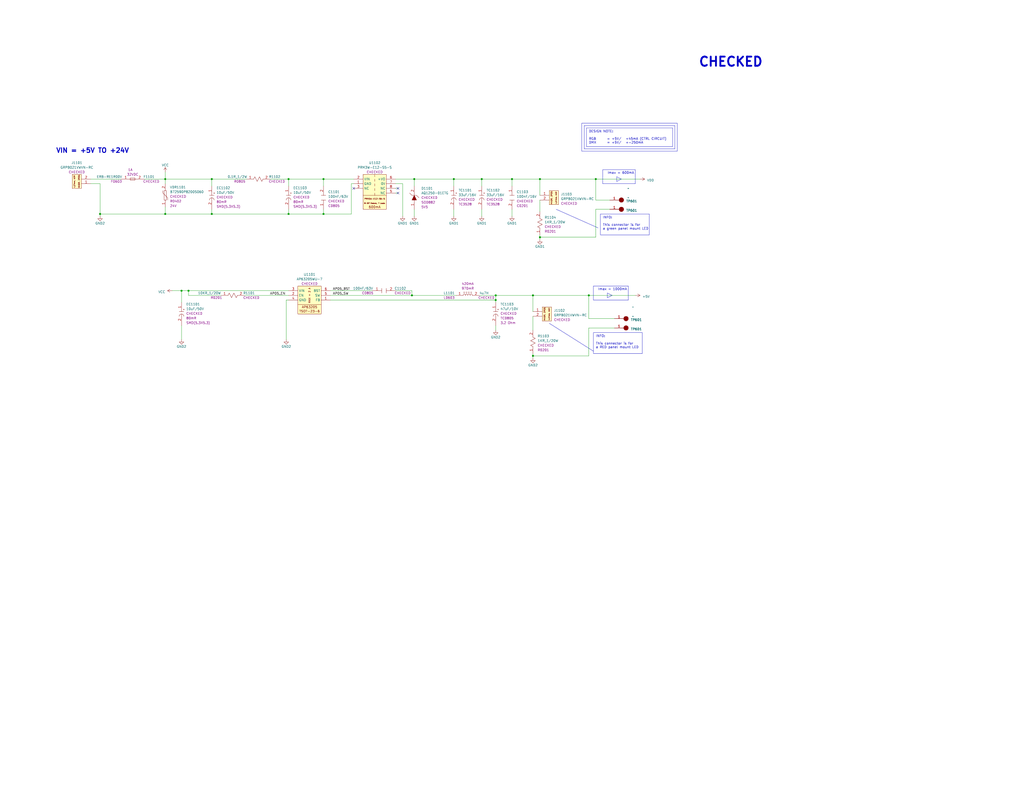
<source format=kicad_sch>
(kicad_sch (version 20230121) (generator eeschema)
  (paper "C")
  (title_block (title "SparkleSplashy") (date "2023-04-25") (rev "01") (company "Siavash Taher Parvar") (comment 1 "Siavash Taher Parvar") (comment 2 "Siavash Taher Parvar") (comment 3 "Siavash Taher Parvar") (comment 4 "_BOM_SpSp_V1.xlsx") (comment 5 "_ASM_SpSp_V1.html") (comment 6 "_GERBER_JLCPCB042023.zip") (comment 8 "No Variant") (comment 9 "N/A"))
  (lib_symbols
    (symbol "_SCHLIB_SparkleSplashy:CAP_100nF/16V"
      (property "Reference" "C" (at 3.81 3.81 0))
      (property "Value" "100nF{slash}16V" (at 7.62 6.35 0))
      (property "SCH CHECK" "CHECKED" (at 6.35 22.86 0))
      (property "Package" "C0201" (at 5.08 25.4 0))
      (symbol "CAP_100nF/16V_0_0"
        (polyline (pts (xy 5.08 1.27) (xy 5.08 -1.27)))
        (polyline (pts (xy 7.62 1.27) (xy 7.62 -1.27)))
      )
      (symbol "CAP_100nF/16V_1_1"
        (pin passive line (at 0 0 0) (length 5.08) (name "") (number "1"))
        (pin passive line (at 12.7 0 180) (length 5.08) (name "") (number "2"))
      )
    )
    (symbol "_SCHLIB_SparkleSplashy:CAP_100nF/63V"
      (property "Reference" "C" (at 3.81 5.08 0))
      (property "Value" "100nF{slash}63V" (at 7.62 7.62 0))
      (property "SCH CHECK" "CHECKED" (at 6.35 22.86 0))
      (property "Package" "C0805" (at 5.08 25.4 0))
      (symbol "CAP_100nF/63V_0_0"
        (polyline (pts (xy 5.08 1.27) (xy 5.08 -1.27)))
        (polyline (pts (xy 7.62 1.27) (xy 7.62 -1.27)))
      )
      (symbol "CAP_100nF/63V_1_1"
        (pin passive line (at 0 0 0) (length 5.08) (name "") (number "1"))
        (pin passive line (at 12.7 0 180) (length 5.08) (name "") (number "2"))
      )
    )
    (symbol "_SCHLIB_SparkleSplashy:CONN_CTP_40MIL" (in_bom no)
      (property "Reference" "TP" (at 2.54 3.81 0))
      (symbol "CONN_CTP_40MIL_0_0"
        (circle (center 6.35 0) (radius 1.27) (fill (type outline)))
      )
      (symbol "CONN_CTP_40MIL_1_1"
        (pin passive line (at 0 0 0) (length 5.08) (name "") (number "1"))
      )
    )
    (symbol "_SCHLIB_SparkleSplashy:CONN_GRPB021VWVN-RC" (in_bom no)
      (property "Reference" "J" (at 2.54 2.54 0))
      (property "Value" "GRPB021VWVN-RC" (at 11.43 5.08 0))
      (property "SCH CHECK" "CHECKED" (at 5.08 20.32 0))
      (symbol "CONN_GRPB021VWVN-RC_0_0"
        (text "1.27mm, VERT" (at 3.81 -3.81 900) (effects (font (size 0.635 0.635))))
        (text "MHDR, 2POS" (at 1.27 -3.81 900) (effects (font (size 0.762 0.762))))
      )
      (symbol "CONN_GRPB021VWVN-RC_0_1"
        (rectangle (start 0 0) (end 5.08 -7.62) (fill (type background)))
      )
      (symbol "CONN_GRPB021VWVN-RC_1_1"
        (pin passive line (at -5.08 -2.54 0) (length 5.08) (name "") (number "1"))
        (pin passive line (at -5.08 -5.08 0) (length 5.08) (name "") (number "2"))
      )
    )
    (symbol "_SCHLIB_SparkleSplashy:ECAP_10uF/50V"
      (property "Reference" "EC" (at 2.54 3.81 0))
      (property "Value" "10uF/50V" (at 2.54 6.35 0))
      (property "SCH CHECK" "CHECKED" (at 2.54 21.59 0))
      (property "ESR" "80mR" (at 2.54 26.67 0))
      (property "Package" "SMD(5.3X5.3)" (at 2.54 24.13 0))
      (symbol "ECAP_10uF/50V_0_0"
        (polyline (pts (xy 5.08 1.27) (xy 5.08 -1.27)))
        (arc (start 7.62 1.27) (mid 6.397 0) (end 7.62 -1.27))
        (text "+" (at 3.81 1.27 900) (effects (font (size 0.762 0.762))))
      )
      (symbol "ECAP_10uF/50V_1_1"
        (pin passive line (at 0 0 0) (length 5.08) (name "") (number "1"))
        (pin passive line (at 12.7 0 180) (length 6.35) (name "") (number "2"))
      )
    )
    (symbol "_SCHLIB_SparkleSplashy:FUSE_ERB-RE1R00V"
      (property "Reference" "F" (at 2.54 5.08 0))
      (property "Value" "ERB-RE1R00V" (at 8.89 7.62 0))
      (property "SCH CHECK" "CHECKED" (at 6.35 22.86 0))
      (property "Package" "F0603" (at 5.08 25.4 0))
      (property "RATED CURRENT" "1A" (at 3.81 27.94 0))
      (property "VOLTAGE RATE" "32VDC" (at 5.08 30.48 0))
      (symbol "FUSE_ERB-RE1R00V_0_0"
        (polyline (pts (xy 5.08 0) (xy 7.62 0)))
        (polyline (pts (xy 5.08 0.635) (xy 5.08 -0.635) (xy 7.62 -0.635) (xy 7.62 0.635) (xy 5.08 0.635)))
      )
      (symbol "FUSE_ERB-RE1R00V_1_1"
        (pin passive line (at 0 0 0) (length 5.08) (name "") (number "1"))
        (pin passive line (at 12.7 0 180) (length 5.08) (name "") (number "2"))
      )
    )
    (symbol "_SCHLIB_SparkleSplashy:INDC_4u7H/420mA"
      (property "Reference" "L" (at 2.54 3.81 0))
      (property "Value" "4u7H" (at 2.54 6.35 0))
      (property "SCH CHECK" "CHECKED" (at 2.54 21.59 0))
      (property "Package" "L0603" (at 2.54 24.13 0))
      (property "CURRENT RATING" "420mA" (at 2.54 26.67 0))
      (property "DCR" "970mR" (at 2.54 29.21 0))
      (symbol "INDC_4u7H/420mA_0_1"
        (polyline (pts (xy 4.064 1.27) (xy 4.699 1.27)))
        (polyline (pts (xy 4.064 1.778) (xy 4.699 1.778)))
        (polyline (pts (xy 5.334 1.27) (xy 5.969 1.27)))
        (polyline (pts (xy 5.334 1.778) (xy 5.969 1.778)))
        (polyline (pts (xy 6.604 1.27) (xy 7.239 1.27)))
        (polyline (pts (xy 6.604 1.778) (xy 7.239 1.778)))
        (polyline (pts (xy 7.874 1.27) (xy 8.509 1.27)))
        (polyline (pts (xy 7.874 1.778) (xy 8.509 1.778)))
        (arc (start 5.08 0) (mid 4.445 0.6238) (end 3.81 0))
        (arc (start 6.35 0.0113) (mid 5.715 0.6351) (end 5.08 0.0113))
        (arc (start 7.62 0.0113) (mid 6.985 0.6351) (end 6.35 0.0113))
        (arc (start 8.89 0.0113) (mid 8.255 0.6351) (end 7.62 0.0113))
      )
      (symbol "INDC_4u7H/420mA_1_1"
        (pin passive line (at 0 0 0) (length 3.81) (name "") (number "1"))
        (pin passive line (at 12.7 0 180) (length 3.81) (name "") (number "2"))
      )
    )
    (symbol "_SCHLIB_SparkleSplashy:PMIC_AP63205WU-7"
      (property "Reference" "U" (at 3.81 3.81 0))
      (property "Value" "AP63205WU-7" (at 10.16 6.35 0))
      (property "SCH CHECK" "CHECKED" (at 7.62 21.59 0))
      (symbol "PMIC_AP63205WU-7_0_0"
        (text "	\nTSOT-23-6" (at 6.35 -12.7 0) (effects (font (size 1.27 1.27))))
        (text "AP63205" (at 6.35 -11.43 0) (effects (font (size 1.27 1.27))))
        (text "MAX = 2 A" (at 6.35 -5.08 900) (effects (font (size 1.016 1.016))))
      )
      (symbol "PMIC_AP63205WU-7_0_1"
        (polyline (pts (xy 0 -10.16) (xy 12.7 -10.16)))
        (rectangle (start 0 0) (end 12.7 -15.24) (fill (type background)))
      )
      (symbol "PMIC_AP63205WU-7_1_1"
        (pin passive line (at 17.78 -7.62 180) (length 5.08) (name "FB") (number "1"))
        (pin passive line (at -5.08 -5.08 0) (length 5.08) (name "EN") (number "2"))
        (pin passive line (at -5.08 -2.54 0) (length 5.08) (name "VIN") (number "3"))
        (pin passive line (at -5.08 -7.62 0) (length 5.08) (name "GND") (number "4"))
        (pin passive line (at 17.78 -5.08 180) (length 5.08) (name "SW") (number "5"))
        (pin passive line (at 17.78 -2.54 180) (length 5.08) (name "BST") (number "6"))
      )
    )
    (symbol "_SCHLIB_SparkleSplashy:PMIC_PRM3W-E12-S5-S"
      (property "Reference" "U" (at 3.81 3.81 0))
      (property "Value" "PRM3W-E12-S5-S" (at 12.7 6.35 0))
      (property "SCH CHECK" "CHECKED" (at 7.62 21.59 0))
      (symbol "PMIC_PRM3W-E12-S5-S_0_0"
        (polyline (pts (xy 11.43 -7.62) (xy 11.43 -8.89)))
        (polyline (pts (xy 11.43 -5.08) (xy 11.43 -6.35)))
        (polyline (pts (xy 11.43 -2.54) (xy 11.43 -3.81)))
        (polyline (pts (xy 11.43 0) (xy 11.43 -1.27)))
        (polyline (pts (xy 11.43 2.54) (xy 11.43 1.27)))
        (polyline (pts (xy 17.78 -8.89) (xy 5.08 -8.89)))
        (rectangle (start 5.08 2.54) (end 17.78 -16.51) (fill (type background)))
        (text "	\n8-SIP Module, 7 Leads" (at 11.43 -12.7 0) (effects (font (size 0.635 0.635))))
        (text "\nPRM3W-E12-S5-S" (at 11.43 -10.16 0) (effects (font (size 0.762 0.762))))
        (text "600mA" (at 11.43 -15.24 0) (effects (font (size 1.27 1.27))))
      )
      (symbol "PMIC_PRM3W-E12-S5-S_1_1"
        (pin passive line (at 0 -2.54 0) (length 5.08) (name "GND") (number "1"))
        (pin passive line (at 0 0 0) (length 5.08) (name "VIN") (number "2"))
        (pin passive line (at 0 -5.08 0) (length 5.08) (name "NC") (number "3"))
        (pin passive line (at 22.86 -7.62 180) (length 5.08) (name "NC") (number "5"))
        (pin passive line (at 22.86 0 180) (length 5.08) (name "+VO") (number "6"))
        (pin passive line (at 22.86 -2.54 180) (length 5.08) (name "0V") (number "7"))
        (pin passive line (at 22.86 -5.08 180) (length 5.08) (name "NC") (number "8"))
      )
    )
    (symbol "_SCHLIB_SparkleSplashy:RES_0.1R_1/2W"
      (property "Reference" "R" (at 3.81 6.35 0))
      (property "Value" "0.1R_1{slash}2W" (at 7.62 8.89 0))
      (property "SCH CHECK" "CHECKED" (at 7.62 24.13 0))
      (property "Package" "R0805" (at 6.35 26.67 0))
      (symbol "RES_0.1R_1/2W_0_0"
        (polyline (pts (xy 3.81 0) (xy 4.445 1.27) (xy 5.715 -1.27) (xy 6.985 1.27) (xy 8.255 -1.27) (xy 8.89 0)))
      )
      (symbol "RES_0.1R_1/2W_1_1"
        (pin passive line (at 0 0 0) (length 3.81) (name "") (number "1"))
        (pin passive line (at 12.7 0 180) (length 3.81) (name "") (number "2"))
      )
    )
    (symbol "_SCHLIB_SparkleSplashy:RES_10KR_1/20W"
      (property "Reference" "R" (at 3.81 6.35 0))
      (property "Value" "10KR_1{slash}20W" (at 8.89 8.89 0))
      (property "SCH CHECK" "CHECKED" (at 7.62 24.13 0))
      (property "Package" "R0201" (at 6.35 26.67 0))
      (symbol "RES_10KR_1/20W_0_0"
        (polyline (pts (xy 3.81 0) (xy 4.445 1.27) (xy 5.715 -1.27) (xy 6.985 1.27) (xy 8.255 -1.27) (xy 8.89 0)))
      )
      (symbol "RES_10KR_1/20W_1_1"
        (pin passive line (at 0 0 0) (length 3.81) (name "") (number "1"))
        (pin passive line (at 12.7 0 180) (length 3.81) (name "") (number "2"))
      )
    )
    (symbol "_SCHLIB_SparkleSplashy:RES_1KR_1/20W"
      (property "Reference" "R" (at 2.54 5.08 0))
      (property "Value" "1KR_1{slash}20W" (at 7.62 7.62 0))
      (property "SCH CHECK" "CHECKED" (at 6.35 22.86 0))
      (property "Package" "R0201" (at 5.08 25.4 0))
      (symbol "RES_1KR_1/20W_0_0"
        (polyline (pts (xy 3.81 0) (xy 4.445 1.27) (xy 5.715 -1.27) (xy 6.985 1.27) (xy 8.255 -1.27) (xy 8.89 0)))
      )
      (symbol "RES_1KR_1/20W_1_1"
        (pin passive line (at 0 0 0) (length 3.81) (name "") (number "1"))
        (pin passive line (at 12.7 0 180) (length 3.81) (name "") (number "2"))
      )
    )
    (symbol "_SCHLIB_SparkleSplashy:TCAP_33uF/16V"
      (property "Reference" "TC" (at 3.81 3.81 0))
      (property "Value" "33uF/16V" (at 3.81 6.35 0))
      (property "SCH CHECK" "CHECKED" (at 3.81 21.59 0))
      (property "Package" "TC3528" (at 3.81 24.13 0))
      (symbol "TCAP_33uF/16V_0_0"
        (polyline (pts (xy 5.08 1.27) (xy 5.08 -1.27)))
        (arc (start 7.62 1.27) (mid 6.397 0) (end 7.62 -1.27))
        (text "+" (at 3.81 1.27 900) (effects (font (size 0.762 0.762))))
      )
      (symbol "TCAP_33uF/16V_1_1"
        (pin passive line (at 0 0 0) (length 5.08) (name "") (number "1"))
        (pin passive line (at 12.7 0 180) (length 6.35) (name "") (number "2"))
      )
    )
    (symbol "_SCHLIB_SparkleSplashy:TCAP_47uF/10V"
      (property "Reference" "TC" (at 3.81 6.35 0))
      (property "Value" "47uF/10V" (at 7.62 8.89 0))
      (property "SCH CHECK" "CHECKED" (at 7.62 24.13 0))
      (property "Package" "TC0805" (at 6.35 26.67 0))
      (property "ESR" "3.2 Ohm" (at 7.62 29.21 0))
      (symbol "TCAP_47uF/10V_0_0"
        (polyline (pts (xy 5.08 1.27) (xy 5.08 -1.27)))
        (arc (start 7.62 1.27) (mid 6.397 0) (end 7.62 -1.27))
        (text "+" (at 3.81 1.27 900) (effects (font (size 0.762 0.762))))
      )
      (symbol "TCAP_47uF/10V_1_1"
        (pin passive line (at 0 0 0) (length 5.08) (name "") (number "1"))
        (pin passive line (at 12.7 0 180) (length 6.35) (name "") (number "2"))
      )
    )
    (symbol "_SCHLIB_SparkleSplashy:TVS_AQ1250-01ETG"
      (property "Reference" "D" (at 3.81 5.08 0))
      (property "Value" "AQ1250-01ETG" (at 10.16 7.62 0))
      (property "SCH CHECK" "CHECKED" (at 7.62 22.86 0))
      (property "Package" "SOD882" (at 6.35 25.4 0))
      (property "VBR" "5V5" (at 5.08 27.94 0))
      (symbol "TVS_AQ1250-01ETG_0_0"
        (polyline (pts (xy 5.08 1.27) (xy 5.08 -1.27) (xy 7.62 0) (xy 5.08 1.27)) (fill (type outline)))
        (polyline (pts (xy 8.89 2.54) (xy 7.62 1.27) (xy 7.62 -1.27) (xy 6.35 -2.54)))
      )
      (symbol "TVS_AQ1250-01ETG_1_1"
        (pin passive line (at 0 0 0) (length 5.08) (name "") (number "1"))
        (pin passive line (at 12.7 0 180) (length 5.08) (name "") (number "2"))
      )
    )
    (symbol "_SCHLIB_SparkleSplashy:TVS_B72590P8200S060"
      (property "Reference" "VDR" (at 3.81 3.81 0))
      (property "Value" "B72590P8200S060" (at 11.43 6.35 0))
      (property "SCH CHECK" "CHECKED" (at 6.35 21.59 0))
      (property "Package" "R0402" (at 5.08 24.13 0))
      (property "MAX DC" "24V" (at 3.81 26.67 0))
      (symbol "TVS_B72590P8200S060_0_1"
        (polyline (pts (xy 8.89 1.27) (xy 7.62 1.27) (xy 5.08 -1.27) (xy 3.81 -1.27)))
        (rectangle (start 3.81 0.635) (end 8.89 -0.635))
      )
      (symbol "TVS_B72590P8200S060_1_1"
        (pin passive line (at 0 0 0) (length 3.81) (name "") (number "1"))
        (pin passive line (at 12.7 0 180) (length 3.81) (name "") (number "2"))
      )
    )
    (symbol "power:+5V" (power) (pin_names (offset 0))
      (property "Value" "+5V" (at 0 3.556 0))
      (symbol "+5V_0_1"
        (polyline (pts (xy -0.762 1.27) (xy 0 2.54)))
        (polyline (pts (xy 0 0) (xy 0 2.54)))
        (polyline (pts (xy 0 2.54) (xy 0.762 1.27)))
      )
      (symbol "+5V_1_1"
        (pin power_in line (at 0 0 90) (length 0) hide (name "+5V") (number "1"))
      )
    )
    (symbol "power:GND1" (power) (pin_names (offset 0))
      (property "Value" "GND1" (at 0 -3.81 0))
      (symbol "GND1_0_1"
        (polyline (pts (xy 0 0) (xy 0 -1.27) (xy 1.27 -1.27) (xy 0 -2.54) (xy -1.27 -1.27) (xy 0 -1.27)))
      )
      (symbol "GND1_1_1"
        (pin power_in line (at 0 0 270) (length 0) hide (name "GND1") (number "1"))
      )
    )
    (symbol "power:GND2" (power) (pin_names (offset 0))
      (property "Value" "GND2" (at 0 -3.81 0))
      (symbol "GND2_0_1"
        (polyline (pts (xy 0 0) (xy 0 -1.27) (xy 1.27 -1.27) (xy 0 -2.54) (xy -1.27 -1.27) (xy 0 -1.27)))
      )
      (symbol "GND2_1_1"
        (pin power_in line (at 0 0 270) (length 0) hide (name "GND2") (number "1"))
      )
    )
    (symbol "power:VCC" (power) (pin_names (offset 0))
      (property "Value" "VCC" (at 0 3.81 0))
      (symbol "VCC_0_1"
        (polyline (pts (xy -0.762 1.27) (xy 0 2.54)))
        (polyline (pts (xy 0 0) (xy 0 2.54)))
        (polyline (pts (xy 0 2.54) (xy 0.762 1.27)))
      )
      (symbol "VCC_1_1"
        (pin power_in line (at 0 0 90) (length 0) hide (name "VCC") (number "1"))
      )
    )
    (symbol "power:VDD" (power) (pin_names (offset 0))
      (property "Value" "VDD" (at 0 3.81 0))
      (symbol "VDD_0_1"
        (polyline (pts (xy -0.762 1.27) (xy 0 2.54)))
        (polyline (pts (xy 0 0) (xy 0 2.54)))
        (polyline (pts (xy 0 2.54) (xy 0.762 1.27)))
      )
      (symbol "VDD_1_1"
        (pin power_in line (at 0 0 90) (length 0) hide (name "VDD") (number "1"))
      )
    )
  )
  (junction (at 54.61 116.84))
  (junction (at 262.89 97.79))
  (junction (at 157.48 116.84))
  (junction (at 115.57 116.84))
  (junction (at 279.4 97.79))
  (junction (at 226.06 97.79))
  (junction (at 247.65 97.79))
  (junction (at 294.64 129.54))
  (junction (at 176.53 116.84))
  (junction (at 270.51 161.29))
  (junction (at 290.83 194.31))
  (junction (at 90.17 116.84))
  (junction (at 102.87 158.75))
  (junction (at 325.12 97.79))
  (junction (at 224.79 161.29))
  (junction (at 115.57 97.79))
  (junction (at 321.31 161.29))
  (junction (at 99.06 158.75))
  (junction (at 90.17 97.79))
  (junction (at 290.83 161.29))
  (junction (at 157.48 97.79))
  (junction (at 294.64 97.79))
  (junction (at 176.53 97.79))
  (junction (at 270.51 163.83))
  (no_connect (at 217.17 102.87))
  (no_connect (at 217.17 105.41))
  (no_connect (at 193.04 102.87))
  (polyline (pts (xy 339.09 97.79) (xy 336.55 96.52)))
  (polyline (pts (xy 334.01 161.29) (xy 331.47 160.02)))
  (polyline (pts (xy 323.85 163.83) (xy 342.9 163.83)))
  (wire (pts (xy 176.53 116.84) (xy 191.77 116.84)))
  (polyline (pts (xy 317.5 67.31) (xy 369.57 67.31)))
  (wire (pts (xy 99.06 158.75) (xy 102.87 158.75)))
  (wire (pts (xy 157.48 114.3) (xy 157.48 116.84)))
  (wire (pts (xy 191.77 100.33) (xy 191.77 116.84)))
  (wire (pts (xy 215.9 97.79) (xy 226.06 97.79)))
  (wire (pts (xy 157.48 101.6) (xy 157.48 97.79)))
  (polyline (pts (xy 368.3 81.28) (xy 318.77 81.28)))
  (polyline (pts (xy 328.93 92.71) (xy 328.93 100.33)))
  (wire (pts (xy 270.51 180.34) (xy 270.51 177.8)))
  (wire (pts (xy 325.12 114.3) (xy 325.12 129.54)))
  (wire (pts (xy 176.53 97.79) (xy 176.53 101.6)))
  (wire (pts (xy 332.74 114.3) (xy 325.12 114.3)))
  (wire (pts (xy 217.17 105.41) (xy 215.9 105.41)))
  (wire (pts (xy 180.34 158.75) (xy 203.2 158.75)))
  (wire (pts (xy 180.34 163.83) (xy 270.51 163.83)))
  (wire (pts (xy 90.17 116.84) (xy 90.17 113.03)))
  (wire (pts (xy 270.51 163.83) (xy 270.51 165.1)))
  (wire (pts (xy 99.06 158.75) (xy 99.06 165.1)))
  (polyline (pts (xy 368.3 68.58) (xy 368.3 81.28)))
  (wire (pts (xy 270.51 163.83) (xy 270.51 161.29)))
  (wire (pts (xy 321.31 173.99) (xy 321.31 161.29)))
  (polyline (pts (xy 317.5 67.31) (xy 317.5 82.55)))
  (wire (pts (xy 176.53 97.79) (xy 193.04 97.79)))
  (polyline (pts (xy 367.03 69.85) (xy 367.03 80.01)))
  (wire (pts (xy 219.71 100.33) (xy 219.71 118.11)))
  (wire (pts (xy 54.61 100.33) (xy 54.61 116.84)))
  (wire (pts (xy 294.64 97.79) (xy 325.12 97.79)))
  (polyline (pts (xy 331.47 160.02) (xy 331.47 162.56)))
  (polyline (pts (xy 323.85 156.21) (xy 342.9 156.21)))
  (wire (pts (xy 279.4 97.79) (xy 294.64 97.79)))
  (wire (pts (xy 147.32 97.79) (xy 157.48 97.79)))
  (wire (pts (xy 325.12 109.22) (xy 325.12 97.79)))
  (wire (pts (xy 156.21 163.83) (xy 157.48 163.83)))
  (wire (pts (xy 120.65 161.29) (xy 102.87 161.29)))
  (polyline (pts (xy 367.03 80.01) (xy 320.04 80.01)))
  (wire (pts (xy 279.4 114.3) (xy 279.4 118.11)))
  (wire (pts (xy 325.12 129.54) (xy 294.64 129.54)))
  (polyline (pts (xy 303.53 114.3) (xy 326.39 124.46)))
  (wire (pts (xy 180.34 161.29) (xy 224.79 161.29)))
  (wire (pts (xy 224.79 161.29) (xy 248.92 161.29)))
  (wire (pts (xy 294.64 128.27) (xy 294.64 129.54)))
  (polyline (pts (xy 369.57 82.55) (xy 317.5 82.55)))
  (wire (pts (xy 261.62 161.29) (xy 270.51 161.29)))
  (wire (pts (xy 90.17 97.79) (xy 90.17 100.33)))
  (polyline (pts (xy 328.93 92.71) (xy 346.71 92.71)))
  (wire (pts (xy 262.89 118.11) (xy 262.89 114.3)))
  (polyline (pts (xy 320.04 69.85) (xy 367.03 69.85)))
  (wire (pts (xy 279.4 97.79) (xy 279.4 101.6)))
  (wire (pts (xy 294.64 97.79) (xy 294.64 106.68)))
  (polyline (pts (xy 336.55 96.52) (xy 336.55 99.06)))
  (wire (pts (xy 115.57 101.6) (xy 115.57 97.79)))
  (wire (pts (xy 102.87 161.29) (xy 102.87 158.75)))
  (wire (pts (xy 226.06 101.6) (xy 226.06 97.79)))
  (wire (pts (xy 78.74 97.79) (xy 90.17 97.79)))
  (wire (pts (xy 102.87 158.75) (xy 157.48 158.75)))
  (wire (pts (xy 262.89 97.79) (xy 262.89 101.6)))
  (wire (pts (xy 157.48 116.84) (xy 176.53 116.84)))
  (wire (pts (xy 290.83 172.72) (xy 290.83 180.34)))
  (polyline (pts (xy 328.93 100.33) (xy 346.71 100.33)))
  (polyline (pts (xy 318.77 68.58) (xy 368.3 68.58)))
  (wire (pts (xy 270.51 161.29) (xy 290.83 161.29)))
  (polyline (pts (xy 331.47 162.56) (xy 334.01 161.29)))
  (wire (pts (xy 332.74 109.22) (xy 325.12 109.22)))
  (wire (pts (xy 54.61 116.84) (xy 54.61 118.11)))
  (wire (pts (xy 290.83 161.29) (xy 290.83 170.18)))
  (wire (pts (xy 215.9 100.33) (xy 219.71 100.33)))
  (wire (pts (xy 115.57 114.3) (xy 115.57 116.84)))
  (wire (pts (xy 247.65 97.79) (xy 262.89 97.79)))
  (wire (pts (xy 290.83 194.31) (xy 290.83 195.58)))
  (polyline (pts (xy 323.85 156.21) (xy 323.85 163.83)))
  (wire (pts (xy 226.06 118.11) (xy 226.06 114.3)))
  (wire (pts (xy 321.31 161.29) (xy 346.71 161.29)))
  (wire (pts (xy 325.12 97.79) (xy 349.25 97.79)))
  (wire (pts (xy 49.53 97.79) (xy 66.04 97.79)))
  (wire (pts (xy 226.06 97.79) (xy 247.65 97.79)))
  (wire (pts (xy 215.9 158.75) (xy 224.79 158.75)))
  (wire (pts (xy 176.53 114.3) (xy 176.53 116.84)))
  (wire (pts (xy 115.57 97.79) (xy 134.62 97.79)))
  (wire (pts (xy 290.83 194.31) (xy 290.83 193.04)))
  (wire (pts (xy 133.35 161.29) (xy 157.48 161.29)))
  (wire (pts (xy 193.04 100.33) (xy 191.77 100.33)))
  (wire (pts (xy 90.17 93.98) (xy 90.17 97.79)))
  (wire (pts (xy 321.31 173.99) (xy 335.28 173.99)))
  (wire (pts (xy 90.17 97.79) (xy 115.57 97.79)))
  (wire (pts (xy 290.83 161.29) (xy 321.31 161.29)))
  (wire (pts (xy 224.79 158.75) (xy 224.79 161.29)))
  (polyline (pts (xy 318.77 68.58) (xy 318.77 81.28)))
  (polyline (pts (xy 299.72 176.53) (xy 323.85 191.77)))
  (wire (pts (xy 321.31 179.07) (xy 335.28 179.07)))
  (wire (pts (xy 262.89 97.79) (xy 279.4 97.79)))
  (wire (pts (xy 157.48 97.79) (xy 176.53 97.79)))
  (wire (pts (xy 90.17 116.84) (xy 115.57 116.84)))
  (wire (pts (xy 93.98 158.75) (xy 99.06 158.75)))
  (wire (pts (xy 156.21 185.42) (xy 156.21 163.83)))
  (wire (pts (xy 49.53 100.33) (xy 54.61 100.33)))
  (wire (pts (xy 54.61 116.84) (xy 90.17 116.84)))
  (polyline (pts (xy 342.9 163.83) (xy 342.9 156.21)))
  (wire (pts (xy 321.31 194.31) (xy 290.83 194.31)))
  (polyline (pts (xy 320.04 69.85) (xy 320.04 80.01)))
  (polyline (pts (xy 369.57 67.31) (xy 369.57 82.55)))
  (wire (pts (xy 99.06 185.42) (xy 99.06 177.8)))
  (wire (pts (xy 294.64 129.54) (xy 294.64 130.81)))
  (wire (pts (xy 247.65 101.6) (xy 247.65 97.79)))
  (wire (pts (xy 115.57 116.84) (xy 157.48 116.84)))
  (polyline (pts (xy 346.71 100.33) (xy 346.71 92.71)))
  (polyline (pts (xy 336.55 99.06) (xy 339.09 97.79)))
  (wire (pts (xy 321.31 179.07) (xy 321.31 194.31)))
  (wire (pts (xy 247.65 118.11) (xy 247.65 114.3)))
  (wire (pts (xy 217.17 102.87) (xy 215.9 102.87)))
  (wire (pts (xy 294.64 109.22) (xy 294.64 115.57)))
  (rectangle (start 323.85 181.61) (end 350.52 193.04))
  (rectangle (start 327.66 116.84) (end 354.33 128.27))
  (text "INFO:\n\nThis connector is for\na green panel mount LED" (at 328.93 125.73 0) (effects (font (size 1.27 1.27)) (justify left bottom)))
  (text "DESIGN NOTE:\n\nRGB		= +5V/	+45mA (CTRL CIRCUIT)\nDMX		= +5V/	+-250mA" (at 321.31 78.74 0) (effects (font (size 1.27 1.27)) (justify left bottom)))
  (text "INFO:\n\nThis connector is for\na RED panel mount LED" (at 325.12 190.5 0) (effects (font (size 1.27 1.27)) (justify left bottom)))
  (text "CHECKED" (at 381 36.83 0) (effects (font (size 5 5) bold) (justify left bottom)))
  (text "Imax = 600mA" (at 331.47 95.25 0) (effects (font (size 1.27 1.27)) (justify left bottom)))
  (text "VIN = +5V TO +24V" (at 30.48 83.82 0) (effects (font (size 2.54 2.54) (thickness 0.508) bold) (justify left bottom)))
  (text "Imax = 1000mA" (at 326.39 158.75 0) (effects (font (size 1.27 1.27)) (justify left bottom)))
  (label "AP05_SW" (at 181.61 161.29 0))
  (label "AP05_BST" (at 181.61 158.75 0))
  (label "AP05_EN" (at 147.32 161.29 0))
  (symbol (lib_id "power:GND1") (at 247.65 118.11 0) (unit 1)
    (property "Reference" "#PWR01108" (effects hide))
    (property "Value" "GND1" (at 247.65 121.92 0))
  )
  (symbol (lib_id "_SCHLIB_SparkleSplashy:TCAP_47uF/10V") (at 270.51 165.1 270) (unit 1)
    (property "Reference" "TC1103" (at 273.05 166.1199 90) (effects (justify left)))
    (property "Value" "47uF/10V" (at 273.05 168.6599 90) (effects (justify left)))
    (property "Footprint" "Capacitor_Tantalum_SMD:CP_EIA-2012-12_Kemet-R" (effects hide))
    (property "Datasheet" "https://datasheets.kyocera-avx.com/TLJ.pdf" (effects hide))
    (property "Description" "47 µF Molded Tantalum Capacitors 10 V 0805 (2012 Metric) 3.2Ohm" (effects hide))
    (property "Part Number" "TLJR476M010R3200" (effects hide))
    (property "Link" "https://www.digikey.ca/en/products/detail/kyocera-avx/TLJR476M010R3200/2197008" (effects hide))
    (property "SCH CHECK" "CHECKED" (at 273.05 171.1999 90) (effects (justify left)))
    (property "Package" "TC0805" (at 273.05 173.7399 90) (effects (justify left)))
    (property "ESR" "3.2 Ohm" (at 273.05 176.2799 90) (effects (justify left)))
  )
  (symbol (lib_id "power:+5V") (at 346.71 161.29 270) (unit 1)
    (property "Reference" "#PWR?" (effects hide))
    (property "Value" "+5V" (at 350.52 161.925 90) (effects (justify left)))
    (instances (project "_HW_SparkleSplashy" (path "" (reference "#PWR?") (unit 1)) (path "" (reference "#PWR01114") (unit 1))))
  )
  (symbol (lib_id "power:GND1") (at 294.64 130.81 0) (unit 1)
    (property "Reference" "#PWR01113" (effects hide))
    (property "Value" "GND1" (at 294.64 134.62 0))
  )
  (symbol (lib_id "power:GND2") (at 99.06 185.42 0) (unit 1)
    (property "Reference" "#PWR01104" (effects hide))
    (property "Value" "GND2" (at 99.06 189.23 0))
  )
  (symbol (lib_id "_SCHLIB_SparkleSplashy:RES_10KR_1/20W") (at 120.65 161.29 0) (unit 1)
    (property "Reference" "R1101" (at 135.89 160.02 0))
    (property "Value" "10KR_1/20W" (at 114.3 160.02 0))
    (property "Footprint" "Resistor_SMD:R_0201_0603Metric" (effects hide))
    (property "Datasheet" "https://www.seielect.com/Catalog/SEI-RMCF_RMCP.pdf" (effects hide))
    (property "Description" "10 kOhms ±1% 0.05W, 1/20W Chip Resistor 0201 (0603 Metric) Thick Film" (effects hide))
    (property "Part Number" "RMCF0201FT10K0" (effects hide))
    (property "Link" "https://www.digikey.ca/en/products/detail/stackpole-electronics-inc/RMCF0201FT10K0/1714990" (effects hide))
    (property "SCH CHECK" "CHECKED" (at 137.16 162.56 0))
    (property "Package" "R0201" (at 118.11 162.56 0))
  )
  (symbol (lib_id "_SCHLIB_SparkleSplashy:CONN_CTP_40MIL") (at 335.28 173.99 0) (unit 1) (in_bom no)
    (property "Reference" "TP601" (at 344.17 174.625 0) (effects (justify left)))
    (property "Value" "~" (at 345.44 167.64 0))
    (property "Footprint" "TestPoint:TestPoint_Pad_D1.0mm" (effects hide))
    (instances (project "_HW_SparkleSplashy" (path "" (reference "TP601") (unit 1)) (path "" (reference "TP1203") (unit 1)) (path "" (reference "TP1103") (unit 1))))
  )
  (symbol (lib_id "power:VCC") (at 93.98 158.75 90) (unit 1)
    (property "Reference" "#PWR01103" (effects hide))
    (property "Value" "VCC" (at 90.17 159.385 90) (effects (justify left)))
  )
  (symbol (lib_id "_SCHLIB_SparkleSplashy:CONN_CTP_40MIL") (at 332.74 114.3 0) (unit 1) (in_bom no)
    (property "Reference" "TP601" (at 341.63 114.935 0) (effects (justify left)))
    (property "Value" "~" (at 342.9 107.95 0))
    (property "Footprint" "TestPoint:TestPoint_Pad_D1.0mm" (effects hide))
    (instances (project "_HW_SparkleSplashy" (path "" (reference "TP601") (unit 1)) (path "" (reference "TP1204") (unit 1)) (path "" (reference "TP1102") (unit 1))))
  )
  (symbol (lib_id "_SCHLIB_SparkleSplashy:CAP_100nF/63V") (at 203.2 158.75 0) (unit 1)
    (property "Reference" "C1102" (at 218.44 157.48 0))
    (property "Value" "100nF/63V" (at 198.12 157.48 0))
    (property "Footprint" "Capacitor_SMD:C_0805_2012Metric" (effects hide))
    (property "Datasheet" "https://connect.kemet.com:7667/gateway/IntelliData-ComponentDocumentation/1.0/download/datasheet/C0805C104MMREC7210" (effects hide))
    (property "Description" "0.1 µF ±20% 63V Ceramic Capacitor X7R 0805 (2012 Metric)" (effects hide))
    (property "Part Number" "C0805C104MMREC7210" (effects hide))
    (property "Link" "https://www.digikey.ca/en/products/detail/kemet/C0805C104MMREC7210/8645408" (effects hide))
    (property "SCH CHECK" "CHECKED" (at 219.71 160.02 0))
    (property "Package" "C0805" (at 200.66 160.02 0))
  )
  (symbol (lib_id "_SCHLIB_SparkleSplashy:RES_1KR_1/20W") (at 290.83 193.04 90) (unit 1)
    (property "Reference" "R1103" (at 293.37 183.515 90) (effects (justify right)))
    (property "Value" "1KR_1/20W" (at 293.37 186.055 90) (effects (justify right)))
    (property "Footprint" "Resistor_SMD:R_0201_0603Metric" (effects hide))
    (property "Datasheet" "https://www.seielect.com/Catalog/SEI-RMCF_RMCP.pdf" (effects hide))
    (property "Description" "1 kOhms ±1% 0.05W, 1/20W Chip Resistor 0201 (0603 Metric) Thick Film" (effects hide))
    (property "Part Number" "RMCF0201FT1K00" (effects hide))
    (property "Link" "https://www.digikey.ca/en/products/detail/stackpole-electronics-inc/RMCF0201FT1K00/1714998" (effects hide))
    (property "SCH CHECK" "CHECKED" (at 293.37 188.595 90) (effects (justify right)))
    (property "Package" "R0201" (at 293.37 191.135 90) (effects (justify right)))
  )
  (symbol (lib_id "_SCHLIB_SparkleSplashy:TVS_B72590P8200S060") (at 90.17 113.03 90) (unit 1)
    (property "Reference" "VDR1101" (at 92.71 102.235 90) (effects (justify right)))
    (property "Value" "B72590P8200S060" (at 92.71 104.775 90) (effects (justify right)))
    (property "Footprint" "Resistor_SMD:R_0402_1005Metric" (effects hide))
    (property "Datasheet" "https://product.tdk.com/en/system/files?file=dam/doc/product/protection/voltage/varistor_ctvs/data_sheet/75/db/ctvs_14/automotive_series.pdf" (effects hide))
    (property "Description" "100 V Varistor 1 Circuit Surface Mount, MLCV 0402 (1005 Metric)" (effects hide))
    (property "Part Number" "B72590P8200S060" (effects hide))
    (property "Link" "https://www.digikey.ca/en/products/detail/epcos-tdk-electronics/B72590P8200S060/13245873" (effects hide))
    (property "SCH CHECK" "CHECKED" (at 92.71 107.315 90) (effects (justify right)))
    (property "Package" "R0402" (at 92.71 109.855 90) (effects (justify right)))
    (property "MAX DC" "24V" (at 92.71 112.395 90) (effects (justify right)))
  )
  (symbol (lib_id "_SCHLIB_SparkleSplashy:PMIC_PRM3W-E12-S5-S") (at 193.04 97.79 0) (unit 1)
    (property "Reference" "U1102" (at 204.47 88.9 0))
    (property "Value" "PRM3W-E12-S5-S" (at 204.47 91.44 0))
    (property "Footprint" "Converter_DCDC:Converter_DCDC_XP_POWER-ITxxxxxS_THT" (effects hide))
    (property "Datasheet" "https://www.cui.com/product/resource/prm3w-s.pdf" (effects hide))
    (property "Description" "Isolated Module DC DC Converter 1 Output 5V 600mA 4.5V - 36V Input" (effects hide))
    (property "Part Number" "PRM3W-E12-S5-S" (effects hide))
    (property "Link" "https://www.digikey.ca/en/products/detail/cui-inc/PRM3W-E12-S5-S/13574056" (effects hide))
    (property "SCH CHECK" "CHECKED" (at 204.47 93.98 0))
  )
  (symbol (lib_id "_SCHLIB_SparkleSplashy:CONN_CTP_40MIL") (at 335.28 179.07 0) (unit 1) (in_bom no)
    (property "Reference" "TP601" (at 344.17 179.705 0) (effects (justify left)))
    (property "Value" "~" (at 345.44 172.72 0))
    (property "Footprint" "TestPoint:TestPoint_Pad_D1.0mm" (effects hide))
    (instances (project "_HW_SparkleSplashy" (path "" (reference "TP601") (unit 1)) (path "" (reference "TP1204") (unit 1)) (path "" (reference "TP1104") (unit 1))))
  )
  (symbol (lib_id "power:GND2") (at 270.51 180.34 0) (unit 1)
    (property "Reference" "#PWR01110" (effects hide))
    (property "Value" "GND2" (at 270.51 184.15 0))
  )
  (symbol (lib_id "_SCHLIB_SparkleSplashy:RES_0.1R_1/2W") (at 134.62 97.79 0) (unit 1)
    (property "Reference" "R1102" (at 149.86 96.52 0))
    (property "Value" "0.1R_1/2W" (at 129.54 96.52 0))
    (property "Footprint" "Resistor_SMD:R_0805_2012Metric" (effects hide))
    (property "Datasheet" "https://industrial.panasonic.com/cdbs/www-data/pdf/RDN0000/AOA0000C313.pdf" (effects hide))
    (property "Description" "100 mOhms ±1% 0.5W, 1/2W Chip Resistor 0805 (2012 Metric) Automotive AEC-Q200, Current Sense Thick Film" (effects hide))
    (property "Part Number" "ERJ-6DSFR10V" (effects hide))
    (property "Link" "https://www.digikey.ca/en/products/detail/panasonic-electronic-components/ERJ-6DSFR10V/6004391" (effects hide))
    (property "SCH CHECK" "CHECKED" (at 151.13 99.06 0))
    (property "Package" "R0805" (at 130.81 99.06 0))
  )
  (symbol (lib_id "_SCHLIB_SparkleSplashy:ECAP_10uF/50V") (at 115.57 101.6 270) (unit 1)
    (property "Reference" "EC1102" (at 118.11 102.6199 90) (effects (justify left)))
    (property "Value" "10uF/50V" (at 118.11 105.1599 90) (effects (justify left)))
    (property "Footprint" "Capacitor_SMD:CP_Elec_5x5.3" (effects hide))
    (property "Datasheet" "https://industrial.panasonic.com/cdbs/www-data/pdf/AAB8000/AAB8000C226.pdf" (effects hide))
    (property "Description" "10 µF 50 V Aluminum - Polymer Capacitors Radial, Can - SMD 80mOhm 1000 Hrs @ 125°C" (effects hide))
    (property "Part Number" "50SVPK10M" (effects hide))
    (property "Link" "https://www.digikey.ca/en/products/detail/panasonic-electronic-components/50SVPK10M/7564810" (effects hide))
    (property "SCH CHECK" "CHECKED" (at 118.11 107.6999 90) (effects (justify left)))
    (property "ESR" "80mR" (at 118.11 110.2399 90) (effects (justify left)))
    (property "Package" "SMD(5.3X5.3)" (at 118.11 112.7799 90) (effects (justify left)))
  )
  (symbol (lib_id "_SCHLIB_SparkleSplashy:CONN_GRPB021VWVN-RC") (at 295.91 167.64 0) (unit 1) (in_bom no)
    (property "Reference" "J1102" (at 302.26 169.545 0) (effects (justify left)))
    (property "Value" "GRPB021VWVN-RC" (at 302.26 172.085 0) (effects (justify left)))
    (property "Footprint" "Connector_PinHeader_1.27mm:PinHeader_1x02_P1.27mm_Vertical" (effects hide))
    (property "Datasheet" "https://s3.amazonaws.com/catalogspreads-pdf/PAGE94-95%20.050%20MALE%20HDR%20ST%20RA%20SMT.pdf" (effects hide))
    (property "Description" "Connector Header Through Hole 2 position 0.050\" (1.27mm)" (effects hide))
    (property "Part Number" "GRPB021VWVN-RC" (effects hide))
    (property "Link" "https://www.digikey.ca/en/products/detail/sullins-connector-solutions/GRPB021VWVN-RC/1786438" (effects hide))
    (property "SCH CHECK" "CHECKED" (at 302.26 174.625 0) (effects (justify left)))
  )
  (symbol (lib_id "power:GND1") (at 226.06 118.11 0) (unit 1)
    (property "Reference" "#PWR01107" (effects hide))
    (property "Value" "GND1" (at 226.06 121.92 0))
  )
  (symbol (lib_id "power:VDD") (at 349.25 97.79 270) (unit 1)
    (property "Reference" "#PWR01115" (effects hide))
    (property "Value" "VDD" (at 353.06 98.425 90) (effects (justify left)))
  )
  (symbol (lib_id "power:GND1") (at 219.71 118.11 0) (unit 1)
    (property "Reference" "#PWR01106" (effects hide))
    (property "Value" "GND1" (at 219.71 121.92 0))
  )
  (symbol (lib_id "power:GND2") (at 290.83 195.58 0) (unit 1)
    (property "Reference" "#PWR01112" (effects hide))
    (property "Value" "GND2" (at 290.83 199.39 0))
  )
  (symbol (lib_id "power:GND1") (at 262.89 118.11 0) (unit 1)
    (property "Reference" "#PWR01109" (effects hide))
    (property "Value" "GND1" (at 262.89 121.92 0))
  )
  (symbol (lib_id "_SCHLIB_SparkleSplashy:PMIC_AP63205WU-7") (at 162.56 156.21 0) (unit 1)
    (property "Reference" "U1101" (at 168.91 149.86 0))
    (property "Value" "AP63205WU-7" (at 168.91 152.4 0))
    (property "Footprint" "Package_TO_SOT_SMD:SOT-23-6" (effects hide))
    (property "Datasheet" "https://www.diodes.com/assets/Datasheets/AP63200-AP63201-AP63203-AP63205.pdf" (effects hide))
    (property "Description" "Buck Switching Regulator IC Positive Fixed 5V 1 Output 2A SOT-23-6 Thin, TSOT-23-6" (effects hide))
    (property "Part Number" "AP63205WU-7" (effects hide))
    (property "Link" "https://www.digikey.ca/en/products/detail/diodes-incorporated/AP63205WU-7/9858424" (effects hide))
    (property "SCH CHECK" "CHECKED" (at 168.91 154.94 0))
  )
  (symbol (lib_id "_SCHLIB_SparkleSplashy:INDC_4u7H/420mA") (at 248.92 161.29 0) (unit 1)
    (property "Reference" "L1101" (at 245.11 160.02 0))
    (property "Value" "4u7H" (at 264.16 160.02 0))
    (property "Footprint" "Inductor_SMD:L_0603_1608Metric" (effects hide))
    (property "Datasheet" "https://www.bourns.com/docs/product-datasheets/cwf1610.pdf" (effects hide))
    (property "Description" "4.7 µH Unshielded Inductor 420 mA 970mOhm 0603 (1608 Metric)" (effects hide))
    (property "Part Number" "CWF1610-4R7K" (effects hide))
    (property "Link" "https://www.digikey.ca/en/products/detail/bourns-inc/CWF1610-4R7K/14644638" (effects hide))
    (property "SCH CHECK" "CHECKED" (at 265.43 162.56 0))
    (property "Package" "L0603" (at 245.11 162.56 0))
    (property "CURRENT RATING" "420mA" (at 255.27 154.94 0))
    (property "DCR" "970mR" (at 255.27 157.48 0))
  )
  (symbol (lib_id "_SCHLIB_SparkleSplashy:TCAP_33uF/16V") (at 247.65 101.6 270) (unit 1)
    (property "Reference" "TC1101" (at 250.19 103.8899 90) (effects (justify left)))
    (property "Value" "33uF/16V" (at 250.19 106.4299 90) (effects (justify left)))
    (property "Footprint" "Capacitor_Tantalum_SMD:CP_EIA-3528-21_Kemet-B" (effects hide))
    (property "Datasheet" "https://datasheets.kyocera-avx.com/TPS.pdf" (effects hide))
    (property "Description" "33 µF Molded Tantalum Capacitors 16 V 1411 (3528 Metric), 1210 350mOhm" (effects hide))
    (property "Part Number" "TPSB336K016R0350" (effects hide))
    (property "Link" "https://www.digikey.ca/en/products/detail/kyocera-avx/TPSB336K016R0350/809540" (effects hide))
    (property "SCH CHECK" "CHECKED" (at 250.19 108.9699 90) (effects (justify left)))
    (property "Package" "TC3528" (at 250.19 111.5099 90) (effects (justify left)))
  )
  (symbol (lib_id "_SCHLIB_SparkleSplashy:CAP_100nF/63V") (at 176.53 114.3 90) (unit 1)
    (property "Reference" "C1101" (at 179.07 104.775 90) (effects (justify right)))
    (property "Value" "100nF/63V" (at 179.07 107.315 90) (effects (justify right)))
    (property "Footprint" "Capacitor_SMD:C_0805_2012Metric" (effects hide))
    (property "Datasheet" "https://connect.kemet.com:7667/gateway/IntelliData-ComponentDocumentation/1.0/download/datasheet/C0805C104MMREC7210" (effects hide))
    (property "Description" "0.1 µF ±20% 63V Ceramic Capacitor X7R 0805 (2012 Metric)" (effects hide))
    (property "Part Number" "C0805C104MMREC7210" (effects hide))
    (property "Link" "https://www.digikey.ca/en/products/detail/kemet/C0805C104MMREC7210/8645408" (effects hide))
    (property "SCH CHECK" "CHECKED" (at 179.07 109.855 90) (effects (justify right)))
    (property "Package" "C0805" (at 179.07 112.395 90) (effects (justify right)))
  )
  (symbol (lib_id "_SCHLIB_SparkleSplashy:TVS_AQ1250-01ETG") (at 226.06 114.3 90) (unit 1)
    (property "Reference" "D1101" (at 229.87 102.87 90) (effects (justify right)))
    (property "Value" "AQ1250-01ETG" (at 229.87 105.41 90) (effects (justify right)))
    (property "Footprint" "_PCBLIB_SparkleSplashy:SOD882" (effects hide))
    (property "Datasheet" "https://www.littelfuse.com/~/media/electronics/datasheets/tvs_diode_arrays/littelfuse_tvs_diode_array_aq1250-01etg_datasheet.pdf.pdf" (effects hide))
    (property "Description" "10V Clamp 50A (8/20µs) Ipp Tvs Diode Surface Mount SOD-882" (effects hide))
    (property "Part Number" "AQ1250-01ETG" (effects hide))
    (property "Link" "https://www.digikey.ca/en/products/detail/littelfuse-inc/AQ1250-01ETG/14317741" (effects hide))
    (property "SCH CHECK" "CHECKED" (at 229.87 107.95 90) (effects (justify right)))
    (property "Package" "SOD882" (at 229.87 110.49 90) (effects (justify right)))
    (property "VBR" "5V5" (at 229.87 113.03 90) (effects (justify right)))
  )
  (symbol (lib_id "_SCHLIB_SparkleSplashy:CONN_GRPB021VWVN-RC") (at 299.72 104.14 0) (unit 1) (in_bom no)
    (property "Reference" "J1103" (at 306.07 106.045 0) (effects (justify left)))
    (property "Value" "GRPB021VWVN-RC" (at 306.07 108.585 0) (effects (justify left)))
    (property "Footprint" "Connector_PinHeader_1.27mm:PinHeader_1x02_P1.27mm_Vertical" (effects hide))
    (property "Datasheet" "https://s3.amazonaws.com/catalogspreads-pdf/PAGE94-95%20.050%20MALE%20HDR%20ST%20RA%20SMT.pdf" (effects hide))
    (property "Description" "Connector Header Through Hole 2 position 0.050\" (1.27mm)" (effects hide))
    (property "Part Number" "GRPB021VWVN-RC" (effects hide))
    (property "Link" "https://www.digikey.ca/en/products/detail/sullins-connector-solutions/GRPB021VWVN-RC/1786438" (effects hide))
    (property "SCH CHECK" "CHECKED" (at 306.07 111.125 0) (effects (justify left)))
  )
  (symbol (lib_id "_SCHLIB_SparkleSplashy:FUSE_ERB-RE1R00V") (at 66.04 97.79 0) (unit 1)
    (property "Reference" "F1101" (at 81.28 96.52 0))
    (property "Value" "ERB-RE1R00V" (at 59.69 96.52 0))
    (property "Footprint" "Fuse:Fuse_0603_1608Metric" (effects hide))
    (property "Datasheet" "https://industrial.panasonic.com/cdbs/www-data/pdf/AFA0000/AFA0000C7.pdf" (effects hide))
    (property "Description" "1 A AC 32 V DC Fuse Board Mount (Cartridge Style Excluded) Surface Mount 0603 (1608 Metric)" (effects hide))
    (property "Part Number" "ERB-RE1R00V" (effects hide))
    (property "Link" "https://www.digikey.ca/en/products/detail/panasonic-electronic-components/ERB-RE1R00V/2796790" (effects hide))
    (property "SCH CHECK" "CHECKED" (at 82.55 99.06 0))
    (property "Package" "F0603" (at 63.5 99.06 0))
    (property "RATED CURRENT" "1A" (at 71.12 92.71 0))
    (property "VOLTAGE RATE" "32VDC" (at 72.39 95.25 0))
  )
  (symbol (lib_id "_SCHLIB_SparkleSplashy:RES_1KR_1/20W") (at 294.64 128.27 90) (unit 1)
    (property "Reference" "R1104" (at 297.18 118.745 90) (effects (justify right)))
    (property "Value" "1KR_1/20W" (at 297.18 121.285 90) (effects (justify right)))
    (property "Footprint" "Resistor_SMD:R_0201_0603Metric" (effects hide))
    (property "Datasheet" "https://www.seielect.com/Catalog/SEI-RMCF_RMCP.pdf" (effects hide))
    (property "Description" "1 kOhms ±1% 0.05W, 1/20W Chip Resistor 0201 (0603 Metric) Thick Film" (effects hide))
    (property "Part Number" "RMCF0201FT1K00" (effects hide))
    (property "Link" "https://www.digikey.ca/en/products/detail/stackpole-electronics-inc/RMCF0201FT1K00/1714998" (effects hide))
    (property "SCH CHECK" "CHECKED" (at 297.18 123.825 90) (effects (justify right)))
    (property "Package" "R0201" (at 297.18 126.365 90) (effects (justify right)))
  )
  (symbol (lib_id "_SCHLIB_SparkleSplashy:ECAP_10uF/50V") (at 157.48 101.6 270) (unit 1)
    (property "Reference" "EC1103" (at 160.02 102.6199 90) (effects (justify left)))
    (property "Value" "10uF/50V" (at 160.02 105.1599 90) (effects (justify left)))
    (property "Footprint" "Capacitor_SMD:CP_Elec_5x5.3" (effects hide))
    (property "Datasheet" "https://industrial.panasonic.com/cdbs/www-data/pdf/AAB8000/AAB8000C226.pdf" (effects hide))
    (property "Description" "10 µF 50 V Aluminum - Polymer Capacitors Radial, Can - SMD 80mOhm 1000 Hrs @ 125°C" (effects hide))
    (property "Part Number" "50SVPK10M" (effects hide))
    (property "Link" "https://www.digikey.ca/en/products/detail/panasonic-electronic-components/50SVPK10M/7564810" (effects hide))
    (property "SCH CHECK" "CHECKED" (at 160.02 107.6999 90) (effects (justify left)))
    (property "ESR" "80mR" (at 160.02 110.2399 90) (effects (justify left)))
    (property "Package" "SMD(5.3X5.3)" (at 160.02 112.7799 90) (effects (justify left)))
  )
  (symbol (lib_id "_SCHLIB_SparkleSplashy:CONN_GRPB021VWVN-RC") (at 44.45 102.87 180) (unit 1) (in_bom no)
    (property "Reference" "J1101" (at 41.91 88.9 0))
    (property "Value" "GRPB021VWVN-RC" (at 41.91 91.44 0))
    (property "Footprint" "Connector_PinHeader_1.27mm:PinHeader_1x02_P1.27mm_Vertical" (effects hide))
    (property "Datasheet" "https://s3.amazonaws.com/catalogspreads-pdf/PAGE94-95%20.050%20MALE%20HDR%20ST%20RA%20SMT.pdf" (effects hide))
    (property "Description" "Connector Header Through Hole 2 position 0.050\" (1.27mm)" (effects hide))
    (property "Part Number" "GRPB021VWVN-RC" (effects hide))
    (property "Link" "https://www.digikey.ca/en/products/detail/sullins-connector-solutions/GRPB021VWVN-RC/1786438" (effects hide))
    (property "SCH CHECK" "CHECKED" (at 41.91 93.98 0))
  )
  (symbol (lib_id "_SCHLIB_SparkleSplashy:TCAP_33uF/16V") (at 262.89 101.6 270) (unit 1)
    (property "Reference" "TC1102" (at 265.43 103.8899 90) (effects (justify left)))
    (property "Value" "33uF/16V" (at 265.43 106.4299 90) (effects (justify left)))
    (property "Footprint" "Capacitor_Tantalum_SMD:CP_EIA-3528-21_Kemet-B" (effects hide))
    (property "Datasheet" "https://datasheets.kyocera-avx.com/TPS.pdf" (effects hide))
    (property "Description" "33 µF Molded Tantalum Capacitors 16 V 1411 (3528 Metric), 1210 350mOhm" (effects hide))
    (property "Part Number" "TPSB336K016R0350" (effects hide))
    (property "Link" "https://www.digikey.ca/en/products/detail/kyocera-avx/TPSB336K016R0350/809540" (effects hide))
    (property "SCH CHECK" "CHECKED" (at 265.43 108.9699 90) (effects (justify left)))
    (property "Package" "TC3528" (at 265.43 111.5099 90) (effects (justify left)))
  )
  (symbol (lib_id "_SCHLIB_SparkleSplashy:ECAP_10uF/50V") (at 99.06 165.1 270) (unit 1)
    (property "Reference" "EC1101" (at 101.6 166.1199 90) (effects (justify left)))
    (property "Value" "10uF/50V" (at 101.6 168.6599 90) (effects (justify left)))
    (property "Footprint" "Capacitor_SMD:CP_Elec_5x5.3" (effects hide))
    (property "Datasheet" "https://industrial.panasonic.com/cdbs/www-data/pdf/AAB8000/AAB8000C226.pdf" (effects hide))
    (property "Description" "10 µF 50 V Aluminum - Polymer Capacitors Radial, Can - SMD 80mOhm 1000 Hrs @ 125°C" (effects hide))
    (property "Part Number" "50SVPK10M" (effects hide))
    (property "Link" "https://www.digikey.ca/en/products/detail/panasonic-electronic-components/50SVPK10M/7564810" (effects hide))
    (property "SCH CHECK" "CHECKED" (at 101.6 171.1999 90) (effects (justify left)))
    (property "ESR" "80mR" (at 101.6 173.7399 90) (effects (justify left)))
    (property "Package" "SMD(5.3X5.3)" (at 101.6 176.2799 90) (effects (justify left)))
  )
  (symbol (lib_id "power:GND2") (at 156.21 185.42 0) (unit 1)
    (property "Reference" "#PWR01105" (effects hide))
    (property "Value" "GND2" (at 156.21 189.23 0))
  )
  (symbol (lib_id "_SCHLIB_SparkleSplashy:CAP_100nF/16V") (at 279.4 101.6 270) (unit 1)
    (property "Reference" "C1103" (at 281.94 104.775 90) (effects (justify left)))
    (property "Value" "100nF/16V" (at 281.94 107.315 90) (effects (justify left)))
    (property "Footprint" "Capacitor_SMD:C_0201_0603Metric" (effects hide))
    (property "Datasheet" "http://www.passivecomponent.com/wp-content/uploads/datasheet/WTC_MLCC_General_Purpose.pdf" (effects hide))
    (property "Description" "0.1 µF ±10% 16V Ceramic Capacitor X5R 0201 (0603 Metric)" (effects hide))
    (property "Part Numbner" "0201X104K160CT" (effects hide))
    (property "Link" "https://www.digikey.ca/en/products/detail/walsin-technology-corporation/0201X104K160CT/9354659" (effects hide))
    (property "SCH CHECK" "CHECKED" (at 281.94 109.855 90) (effects (justify left)))
    (property "Package" "C0201" (at 281.94 112.395 90) (effects (justify left)))
  )
  (symbol (lib_id "power:VCC") (at 90.17 93.98 0) (unit 1)
    (property "Reference" "#PWR01102" (effects hide))
    (property "Value" "VCC" (at 90.17 90.17 0))
  )
  (symbol (lib_id "power:GND2") (at 54.61 118.11 0) (unit 1)
    (property "Reference" "#PWR01101" (effects hide))
    (property "Value" "GND2" (at 54.61 121.92 0))
  )
  (symbol (lib_id "power:GND1") (at 279.4 118.11 0) (unit 1)
    (property "Reference" "#PWR01111" (effects hide))
    (property "Value" "GND1" (at 279.4 121.92 0))
  )
  (symbol (lib_id "_SCHLIB_SparkleSplashy:CONN_CTP_40MIL") (at 332.74 109.22 0) (unit 1) (in_bom no)
    (property "Reference" "TP601" (at 341.63 109.855 0) (effects (justify left)))
    (property "Value" "~" (at 342.9 102.87 0))
    (property "Footprint" "TestPoint:TestPoint_Pad_D1.0mm" (effects hide))
    (instances (project "_HW_SparkleSplashy" (path "" (reference "TP601") (unit 1)) (path "" (reference "TP1203") (unit 1)) (path "" (reference "TP1101") (unit 1))))
  )
)
</source>
